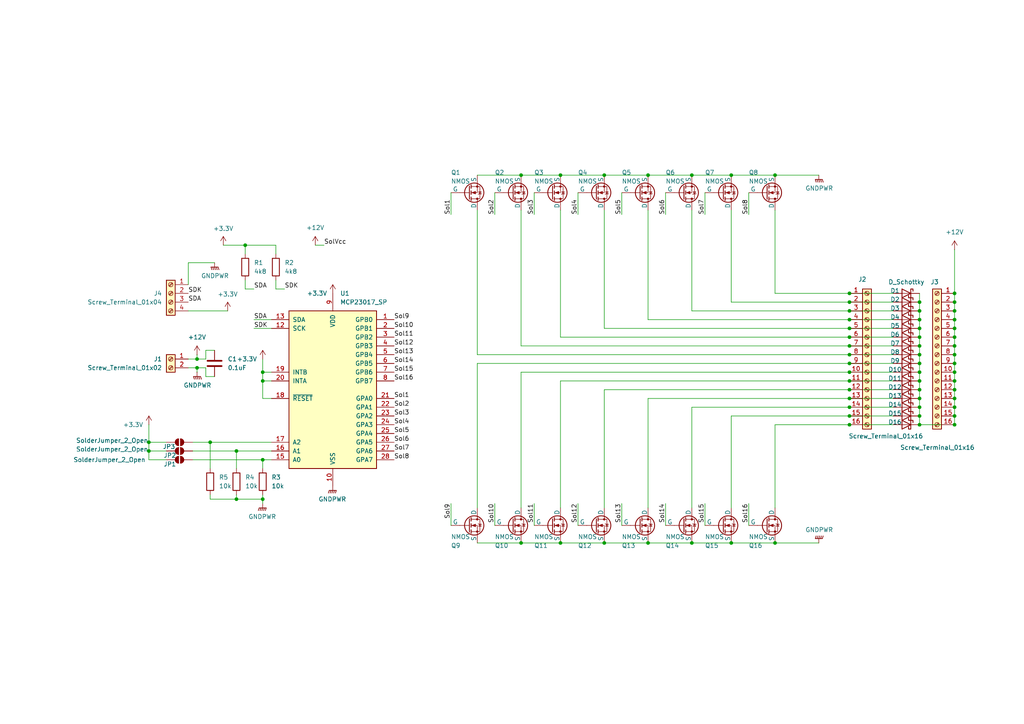
<source format=kicad_sch>
(kicad_sch (version 20250114) (generator "eeschema") (generator_version "9.0")
  (paper "A4")
  (lib_symbols
    (symbol "Connector:Screw_Terminal_01x02" (pin_names (offset 1.016) (hide yes))
      (property "Reference" "J" (at 0 2.54 0))
      (property "Value" "Screw_Terminal_01x02" (at 0 -5.08 0))
      (symbol "Screw_Terminal_01x02_1_1"
        (rectangle (start -1.27 1.27) (end 1.27 -3.81) (stroke (width 0.254)) (fill (type background)))
        (polyline (pts (xy -0.5334 0.3302) (xy 0.3302 -0.508)) (stroke (width 0.1524)))
        (polyline (pts (xy -0.5334 -2.2098) (xy 0.3302 -3.048)) (stroke (width 0.1524)))
        (polyline (pts (xy -0.3556 0.508) (xy 0.508 -0.3302)) (stroke (width 0.1524)))
        (polyline (pts (xy -0.3556 -2.032) (xy 0.508 -2.8702)) (stroke (width 0.1524)))
        (circle (center 0 0) (radius 0.635) (stroke (width 0.1524)))
        (circle (center 0 -2.54) (radius 0.635) (stroke (width 0.1524)))
        (pin passive line (at -5.08 0 0) (length 3.81) (name "Pin_1") (number "1"))
        (pin passive line (at -5.08 -2.54 0) (length 3.81) (name "Pin_2") (number "2"))
      )
    )
    (symbol "Connector:Screw_Terminal_01x04" (pin_names (offset 1.016) (hide yes))
      (property "Reference" "J" (at 0 5.08 0))
      (property "Value" "Screw_Terminal_01x04" (at 0 -7.62 0))
      (symbol "Screw_Terminal_01x04_1_1"
        (rectangle (start -1.27 3.81) (end 1.27 -6.35) (stroke (width 0.254)) (fill (type background)))
        (polyline (pts (xy -0.5334 2.8702) (xy 0.3302 2.032)) (stroke (width 0.1524)))
        (polyline (pts (xy -0.5334 0.3302) (xy 0.3302 -0.508)) (stroke (width 0.1524)))
        (polyline (pts (xy -0.5334 -2.2098) (xy 0.3302 -3.048)) (stroke (width 0.1524)))
        (polyline (pts (xy -0.5334 -4.7498) (xy 0.3302 -5.588)) (stroke (width 0.1524)))
        (polyline (pts (xy -0.3556 3.048) (xy 0.508 2.2098)) (stroke (width 0.1524)))
        (polyline (pts (xy -0.3556 0.508) (xy 0.508 -0.3302)) (stroke (width 0.1524)))
        (polyline (pts (xy -0.3556 -2.032) (xy 0.508 -2.8702)) (stroke (width 0.1524)))
        (polyline (pts (xy -0.3556 -4.572) (xy 0.508 -5.4102)) (stroke (width 0.1524)))
        (circle (center 0 2.54) (radius 0.635) (stroke (width 0.1524)))
        (circle (center 0 0) (radius 0.635) (stroke (width 0.1524)))
        (circle (center 0 -2.54) (radius 0.635) (stroke (width 0.1524)))
        (circle (center 0 -5.08) (radius 0.635) (stroke (width 0.1524)))
        (pin passive line (at -5.08 2.54 0) (length 3.81) (name "Pin_1") (number "1"))
        (pin passive line (at -5.08 0 0) (length 3.81) (name "Pin_2") (number "2"))
        (pin passive line (at -5.08 -2.54 0) (length 3.81) (name "Pin_3") (number "3"))
        (pin passive line (at -5.08 -5.08 0) (length 3.81) (name "Pin_4") (number "4"))
      )
    )
    (symbol "Connector:Screw_Terminal_01x16" (pin_names (offset 1.016) (hide yes))
      (property "Reference" "J" (at 0 20.32 0))
      (property "Value" "Screw_Terminal_01x16" (at 0 -22.86 0))
      (symbol "Screw_Terminal_01x16_1_1"
        (rectangle (start -1.27 19.05) (end 1.27 -21.59) (stroke (width 0.254)) (fill (type background)))
        (polyline (pts (xy -0.5334 18.1102) (xy 0.3302 17.272)) (stroke (width 0.1524)))
        (polyline (pts (xy -0.5334 15.5702) (xy 0.3302 14.732)) (stroke (width 0.1524)))
        (polyline (pts (xy -0.5334 13.0302) (xy 0.3302 12.192)) (stroke (width 0.1524)))
        (polyline (pts (xy -0.5334 10.4902) (xy 0.3302 9.652)) (stroke (width 0.1524)))
        (polyline (pts (xy -0.5334 7.9502) (xy 0.3302 7.112)) (stroke (width 0.1524)))
        (polyline (pts (xy -0.5334 5.4102) (xy 0.3302 4.572)) (stroke (width 0.1524)))
        (polyline (pts (xy -0.5334 2.8702) (xy 0.3302 2.032)) (stroke (width 0.1524)))
        (polyline (pts (xy -0.5334 0.3302) (xy 0.3302 -0.508)) (stroke (width 0.1524)))
        (polyline (pts (xy -0.5334 -2.2098) (xy 0.3302 -3.048)) (stroke (width 0.1524)))
        (polyline (pts (xy -0.5334 -4.7498) (xy 0.3302 -5.588)) (stroke (width 0.1524)))
        (polyline (pts (xy -0.5334 -7.2898) (xy 0.3302 -8.128)) (stroke (width 0.1524)))
        (polyline (pts (xy -0.5334 -9.8298) (xy 0.3302 -10.668)) (stroke (width 0.1524)))
        (polyline (pts (xy -0.5334 -12.3698) (xy 0.3302 -13.208)) (stroke (width 0.1524)))
        (polyline (pts (xy -0.5334 -14.9098) (xy 0.3302 -15.748)) (stroke (width 0.1524)))
        (polyline (pts (xy -0.5334 -17.4498) (xy 0.3302 -18.288)) (stroke (width 0.1524)))
        (polyline (pts (xy -0.5334 -19.9898) (xy 0.3302 -20.828)) (stroke (width 0.1524)))
        (polyline (pts (xy -0.3556 18.288) (xy 0.508 17.4498)) (stroke (width 0.1524)))
        (polyline (pts (xy -0.3556 15.748) (xy 0.508 14.9098)) (stroke (width 0.1524)))
        (polyline (pts (xy -0.3556 13.208) (xy 0.508 12.3698)) (stroke (width 0.1524)))
        (polyline (pts (xy -0.3556 10.668) (xy 0.508 9.8298)) (stroke (width 0.1524)))
        (polyline (pts (xy -0.3556 8.128) (xy 0.508 7.2898)) (stroke (width 0.1524)))
        (polyline (pts (xy -0.3556 5.588) (xy 0.508 4.7498)) (stroke (width 0.1524)))
        (polyline (pts (xy -0.3556 3.048) (xy 0.508 2.2098)) (stroke (width 0.1524)))
        (polyline (pts (xy -0.3556 0.508) (xy 0.508 -0.3302)) (stroke (width 0.1524)))
        (polyline (pts (xy -0.3556 -2.032) (xy 0.508 -2.8702)) (stroke (width 0.1524)))
        (polyline (pts (xy -0.3556 -4.572) (xy 0.508 -5.4102)) (stroke (width 0.1524)))
        (polyline (pts (xy -0.3556 -7.112) (xy 0.508 -7.9502)) (stroke (width 0.1524)))
        (polyline (pts (xy -0.3556 -9.652) (xy 0.508 -10.4902)) (stroke (width 0.1524)))
        (polyline (pts (xy -0.3556 -12.192) (xy 0.508 -13.0302)) (stroke (width 0.1524)))
        (polyline (pts (xy -0.3556 -14.732) (xy 0.508 -15.5702)) (stroke (width 0.1524)))
        (polyline (pts (xy -0.3556 -17.272) (xy 0.508 -18.1102)) (stroke (width 0.1524)))
        (polyline (pts (xy -0.3556 -19.812) (xy 0.508 -20.6502)) (stroke (width 0.1524)))
        (circle (center 0 17.78) (radius 0.635) (stroke (width 0.1524)))
        (circle (center 0 15.24) (radius 0.635) (stroke (width 0.1524)))
        (circle (center 0 12.7) (radius 0.635) (stroke (width 0.1524)))
        (circle (center 0 10.16) (radius 0.635) (stroke (width 0.1524)))
        (circle (center 0 7.62) (radius 0.635) (stroke (width 0.1524)))
        (circle (center 0 5.08) (radius 0.635) (stroke (width 0.1524)))
        (circle (center 0 2.54) (radius 0.635) (stroke (width 0.1524)))
        (circle (center 0 0) (radius 0.635) (stroke (width 0.1524)))
        (circle (center 0 -2.54) (radius 0.635) (stroke (width 0.1524)))
        (circle (center 0 -5.08) (radius 0.635) (stroke (width 0.1524)))
        (circle (center 0 -7.62) (radius 0.635) (stroke (width 0.1524)))
        (circle (center 0 -10.16) (radius 0.635) (stroke (width 0.1524)))
        (circle (center 0 -12.7) (radius 0.635) (stroke (width 0.1524)))
        (circle (center 0 -15.24) (radius 0.635) (stroke (width 0.1524)))
        (circle (center 0 -17.78) (radius 0.635) (stroke (width 0.1524)))
        (circle (center 0 -20.32) (radius 0.635) (stroke (width 0.1524)))
        (pin passive line (at -5.08 17.78 0) (length 3.81) (name "Pin_1") (number "1"))
        (pin passive line (at -5.08 15.24 0) (length 3.81) (name "Pin_2") (number "2"))
        (pin passive line (at -5.08 12.7 0) (length 3.81) (name "Pin_3") (number "3"))
        (pin passive line (at -5.08 10.16 0) (length 3.81) (name "Pin_4") (number "4"))
        (pin passive line (at -5.08 7.62 0) (length 3.81) (name "Pin_5") (number "5"))
        (pin passive line (at -5.08 5.08 0) (length 3.81) (name "Pin_6") (number "6"))
        (pin passive line (at -5.08 2.54 0) (length 3.81) (name "Pin_7") (number "7"))
        (pin passive line (at -5.08 0 0) (length 3.81) (name "Pin_8") (number "8"))
        (pin passive line (at -5.08 -2.54 0) (length 3.81) (name "Pin_9") (number "9"))
        (pin passive line (at -5.08 -5.08 0) (length 3.81) (name "Pin_10") (number "10"))
        (pin passive line (at -5.08 -7.62 0) (length 3.81) (name "Pin_11") (number "11"))
        (pin passive line (at -5.08 -10.16 0) (length 3.81) (name "Pin_12") (number "12"))
        (pin passive line (at -5.08 -12.7 0) (length 3.81) (name "Pin_13") (number "13"))
        (pin passive line (at -5.08 -15.24 0) (length 3.81) (name "Pin_14") (number "14"))
        (pin passive line (at -5.08 -17.78 0) (length 3.81) (name "Pin_15") (number "15"))
        (pin passive line (at -5.08 -20.32 0) (length 3.81) (name "Pin_16") (number "16"))
      )
    )
    (symbol "Device:C" (pin_numbers (hide yes)) (pin_names (offset 0.254))
      (property "Reference" "C2" (at 0.635 2.54 0))
      (property "Value" "0.1uF" (at 0.635 -2.54 0))
      (symbol "C_0_1"
        (polyline (pts (xy -2.032 0.762) (xy 2.032 0.762)) (stroke (width 0.508)))
        (polyline (pts (xy -2.032 -0.762) (xy 2.032 -0.762)) (stroke (width 0.508)))
      )
      (symbol "C_1_1"
        (pin passive line (at 0 3.81 270) (length 2.794) (name "~") (number "1"))
        (pin passive line (at 0 -3.81 90) (length 2.794) (name "~") (number "2"))
      )
    )
    (symbol "Device:D_Schottky" (pin_numbers (hide yes)) (pin_names (offset 1.016) (hide yes))
      (property "Reference" "D" (at 0 2.54 0))
      (property "Value" "D_Schottky" (at 0 -2.54 0))
      (symbol "D_Schottky_0_1"
        (polyline (pts (xy -1.905 0.635) (xy -1.905 1.27) (xy -1.27 1.27) (xy -1.27 -1.27) (xy -0.635 -1.27) (xy -0.635 -0.635)) (stroke (width 0.254)))
        (polyline (pts (xy 1.27 1.27) (xy 1.27 -1.27) (xy -1.27 0) (xy 1.27 1.27)) (stroke (width 0.254)))
        (polyline (pts (xy 1.27 0) (xy -1.27 0)))
      )
      (symbol "D_Schottky_1_1"
        (pin passive line (at -3.81 0 0) (length 2.54) (name "K") (number "1"))
        (pin passive line (at 3.81 0 180) (length 2.54) (name "A") (number "2"))
      )
    )
    (symbol "Device:R" (pin_numbers (hide yes)) (pin_names (offset 0))
      (property "Reference" "33k" (at 4.064 -0.254 0))
      (property "Value" "R4" (at 3.81 1.778 0))
      (symbol "R_0_1"
        (rectangle (start -1.016 2.54) (end 1.016 -2.54) (stroke (width 0.254)))
      )
      (symbol "R_1_1"
        (pin passive line (at 0 3.81 270) (length 1.27) (name "~") (number "1"))
        (pin passive line (at 0 -3.81 90) (length 1.27) (name "~") (number "2"))
      )
    )
    (symbol "Interface_Expansion:MCP23017_SP" (pin_names (offset 1.016))
      (property "Reference" "U" (at -11.43 24.13 0))
      (property "Value" "MCP23017_SP" (at 0 0 0))
      (symbol "MCP23017_SP_0_1"
        (rectangle (start -12.7 22.86) (end 12.7 -22.86) (stroke (width 0.254)) (fill (type background)))
      )
      (symbol "MCP23017_SP_1_1"
        (pin bidirectional line (at -17.78 20.32 0) (length 5.08) (name "SDA") (number "13"))
        (pin input line (at -17.78 17.78 0) (length 5.08) (name "SCK") (number "12"))
        (pin tri_state line (at -17.78 5.08 0) (length 5.08) (name "INTB") (number "19"))
        (pin tri_state line (at -17.78 2.54 0) (length 5.08) (name "INTA") (number "20"))
        (pin input line (at -17.78 -2.54 0) (length 5.08) (name "~{RESET}") (number "18"))
        (pin input line (at -17.78 -15.24 0) (length 5.08) (name "A2") (number "17"))
        (pin input line (at -17.78 -17.78 0) (length 5.08) (name "A1") (number "16"))
        (pin input line (at -17.78 -20.32 0) (length 5.08) (name "A0") (number "15"))
        (pin no_connect line (at -12.7 15.24 0) (length 5.08) (hide yes) (name "NC") (number "11"))
        (pin no_connect line (at -12.7 12.7 0) (length 5.08) (hide yes) (name "NC") (number "14"))
        (pin power_in line (at 0 27.94 270) (length 5.08) (name "VDD") (number "9"))
        (pin power_in line (at 0 -27.94 90) (length 5.08) (name "VSS") (number "10"))
        (pin bidirectional line (at 17.78 20.32 180) (length 5.08) (name "GPB0") (number "1"))
        (pin bidirectional line (at 17.78 17.78 180) (length 5.08) (name "GPB1") (number "2"))
        (pin bidirectional line (at 17.78 15.24 180) (length 5.08) (name "GPB2") (number "3"))
        (pin bidirectional line (at 17.78 12.7 180) (length 5.08) (name "GPB3") (number "4"))
        (pin bidirectional line (at 17.78 10.16 180) (length 5.08) (name "GPB4") (number "5"))
        (pin bidirectional line (at 17.78 7.62 180) (length 5.08) (name "GPB5") (number "6"))
        (pin bidirectional line (at 17.78 5.08 180) (length 5.08) (name "GPB6") (number "7"))
        (pin output line (at 17.78 2.54 180) (length 5.08) (name "GPB7") (number "8"))
        (pin bidirectional line (at 17.78 -2.54 180) (length 5.08) (name "GPA0") (number "21"))
        (pin bidirectional line (at 17.78 -5.08 180) (length 5.08) (name "GPA1") (number "22"))
        (pin bidirectional line (at 17.78 -7.62 180) (length 5.08) (name "GPA2") (number "23"))
        (pin bidirectional line (at 17.78 -10.16 180) (length 5.08) (name "GPA3") (number "24"))
        (pin bidirectional line (at 17.78 -12.7 180) (length 5.08) (name "GPA4") (number "25"))
        (pin bidirectional line (at 17.78 -15.24 180) (length 5.08) (name "GPA5") (number "26"))
        (pin bidirectional line (at 17.78 -17.78 180) (length 5.08) (name "GPA6") (number "27"))
        (pin output line (at 17.78 -20.32 180) (length 5.08) (name "GPA7") (number "28"))
      )
    )
    (symbol "Jumper:SolderJumper_2_Open" (pin_numbers (hide yes)) (pin_names (offset 0) (hide yes)) (in_bom no)
      (property "Reference" "JP" (at 0 2.032 0))
      (property "Value" "SolderJumper_2_Open" (at 0 -2.54 0))
      (symbol "SolderJumper_2_Open_0_1"
        (polyline (pts (xy -0.254 1.016) (xy -0.254 -1.016)))
        (arc (start -0.254 -1.016) (mid -1.2656 0) (end -0.254 1.016))
        (arc (start -0.254 -1.016) (mid -1.2656 0) (end -0.254 1.016) (fill (type outline)))
        (arc (start 0.254 1.016) (mid 1.2656 0) (end 0.254 -1.016))
        (arc (start 0.254 1.016) (mid 1.2656 0) (end 0.254 -1.016) (fill (type outline)))
        (polyline (pts (xy 0.254 1.016) (xy 0.254 -1.016)))
      )
      (symbol "SolderJumper_2_Open_1_1"
        (pin passive line (at -3.81 0 0) (length 2.54) (name "A") (number "1"))
        (pin passive line (at 3.81 0 180) (length 2.54) (name "B") (number "2"))
      )
    )
    (symbol "Simulation_SPICE:NMOS" (pin_numbers (hide yes)) (pin_names (offset 0))
      (property "Reference" "Q" (at 5.08 1.27 0))
      (property "Value" "NMOS" (at 5.08 -1.27 0))
      (symbol "NMOS_0_1"
        (polyline (pts (xy 0.254 1.905) (xy 0.254 -1.905)) (stroke (width 0.254)))
        (polyline (pts (xy 0.254 0) (xy -2.54 0)))
        (polyline (pts (xy 0.762 2.286) (xy 0.762 1.27)) (stroke (width 0.254)))
        (polyline (pts (xy 0.762 0.508) (xy 0.762 -0.508)) (stroke (width 0.254)))
        (polyline (pts (xy 0.762 -1.27) (xy 0.762 -2.286)) (stroke (width 0.254)))
        (polyline (pts (xy 0.762 -1.778) (xy 3.302 -1.778) (xy 3.302 1.778) (xy 0.762 1.778)))
        (polyline (pts (xy 1.016 0) (xy 2.032 0.381) (xy 2.032 -0.381) (xy 1.016 0)) (fill (type outline)))
        (circle (center 1.651 0) (radius 2.794) (stroke (width 0.254)))
        (polyline (pts (xy 2.54 2.54) (xy 2.54 1.778)))
        (circle (center 2.54 1.778) (radius 0.254) (fill (type outline)))
        (circle (center 2.54 -1.778) (radius 0.254) (fill (type outline)))
        (polyline (pts (xy 2.54 -2.54) (xy 2.54 0) (xy 0.762 0)))
        (polyline (pts (xy 2.794 0.508) (xy 2.921 0.381) (xy 3.683 0.381) (xy 3.81 0.254)))
        (polyline (pts (xy 3.302 0.381) (xy 2.921 -0.254) (xy 3.683 -0.254) (xy 3.302 0.381)))
      )
      (symbol "NMOS_1_1"
        (pin input line (at -5.08 0 0) (length 2.54) (name "G") (number "2"))
        (pin passive line (at 2.54 5.08 270) (length 2.54) (name "D") (number "1"))
        (pin passive line (at 2.54 -5.08 90) (length 2.54) (name "S") (number "3"))
      )
    )
    (symbol "power:+12V" (power) (pin_numbers (hide yes)) (pin_names (offset 0) (hide yes))
      (property "Value" "+12V" (at 0 3.556 0))
      (symbol "+12V_0_1"
        (polyline (pts (xy -0.762 1.27) (xy 0 2.54)))
        (polyline (pts (xy 0 2.54) (xy 0.762 1.27)))
        (polyline (pts (xy 0 0) (xy 0 2.54)))
      )
      (symbol "+12V_1_1"
        (pin power_in line (at 0 0 90) (length 0) (name "~") (number "1"))
      )
    )
    (symbol "power:+3.3V" (power) (pin_numbers (hide yes)) (pin_names (offset 0) (hide yes))
      (property "Value" "+3.3V" (at 0 3.556 0))
      (symbol "+3.3V_0_1"
        (polyline (pts (xy -0.762 1.27) (xy 0 2.54)))
        (polyline (pts (xy 0 2.54) (xy 0.762 1.27)))
        (polyline (pts (xy 0 0) (xy 0 2.54)))
      )
      (symbol "+3.3V_1_1"
        (pin power_in line (at 0 0 90) (length 0) (name "~") (number "1"))
      )
    )
    (symbol "power:GNDPWR" (power) (pin_numbers (hide yes)) (pin_names (offset 0) (hide yes))
      (property "Value" "GNDPWR" (at 0 -3.302 0))
      (symbol "GNDPWR_0_1"
        (polyline (pts (xy -1.016 -1.27) (xy -1.27 -2.032) (xy -1.27 -2.032)) (stroke (width 0.2032)))
        (polyline (pts (xy -0.508 -1.27) (xy -0.762 -2.032) (xy -0.762 -2.032)) (stroke (width 0.2032)))
        (polyline (pts (xy 0 -1.27) (xy 0 0)))
        (polyline (pts (xy 0 -1.27) (xy -0.254 -2.032) (xy -0.254 -2.032)) (stroke (width 0.2032)))
        (polyline (pts (xy 0.508 -1.27) (xy 0.254 -2.032) (xy 0.254 -2.032)) (stroke (width 0.2032)))
        (polyline (pts (xy 1.016 -1.27) (xy -1.016 -1.27) (xy -1.016 -1.27)) (stroke (width 0.2032)))
        (polyline (pts (xy 1.016 -1.27) (xy 0.762 -2.032) (xy 0.762 -2.032) (xy 0.762 -2.032)) (stroke (width 0.2032)))
      )
      (symbol "GNDPWR_1_1"
        (pin power_in line (at 0 0 270) (length 0) (name "~") (number "1"))
      )
    )
  )
  (junction (at 276.86 100.33))
  (junction (at 246.38 90.17))
  (junction (at 76.2 144.78))
  (junction (at 276.86 107.95))
  (junction (at 266.7 97.79))
  (junction (at 276.86 102.87))
  (junction (at 266.7 92.71))
  (junction (at 276.86 85.09))
  (junction (at 246.38 105.41))
  (junction (at 276.86 110.49))
  (junction (at 76.2 107.95))
  (junction (at 276.86 95.25))
  (junction (at 43.18 130.81))
  (junction (at 246.38 87.63))
  (junction (at 266.7 105.41))
  (junction (at 60.96 128.27))
  (junction (at 68.58 130.81))
  (junction (at 276.86 120.65))
  (junction (at 151.13 157.48))
  (junction (at 246.38 120.65))
  (junction (at 76.2 110.49))
  (junction (at 212.09 157.48))
  (junction (at 266.7 118.11))
  (junction (at 246.38 115.57))
  (junction (at 68.58 144.78))
  (junction (at 246.38 92.71))
  (junction (at 162.56 50.8))
  (junction (at 246.38 85.09))
  (junction (at 276.86 113.03))
  (junction (at 246.38 97.79))
  (junction (at 151.13 50.8))
  (junction (at 175.26 157.48))
  (junction (at 266.7 107.95))
  (junction (at 175.26 50.8))
  (junction (at 266.7 120.65))
  (junction (at 76.2 133.35))
  (junction (at 266.7 110.49))
  (junction (at 200.66 157.48))
  (junction (at 276.86 118.11))
  (junction (at 276.86 123.19))
  (junction (at 162.56 157.48))
  (junction (at 266.7 123.19))
  (junction (at 187.96 157.48))
  (junction (at 246.38 107.95))
  (junction (at 246.38 100.33))
  (junction (at 246.38 102.87))
  (junction (at 43.18 128.27))
  (junction (at 266.7 90.17))
  (junction (at 212.09 50.8))
  (junction (at 71.12 71.12))
  (junction (at 266.7 115.57))
  (junction (at 276.86 87.63))
  (junction (at 276.86 115.57))
  (junction (at 266.7 100.33))
  (junction (at 57.15 104.14))
  (junction (at 187.96 50.8))
  (junction (at 246.38 113.03))
  (junction (at 246.38 123.19))
  (junction (at 224.79 157.48))
  (junction (at 224.79 50.8))
  (junction (at 200.66 50.8))
  (junction (at 266.7 95.25))
  (junction (at 276.86 105.41))
  (junction (at 246.38 110.49))
  (junction (at 276.86 92.71))
  (junction (at 246.38 118.11))
  (junction (at 57.15 106.68))
  (junction (at 276.86 97.79))
  (junction (at 266.7 102.87))
  (junction (at 266.7 113.03))
  (junction (at 246.38 95.25))
  (junction (at 266.7 87.63))
  (junction (at 276.86 90.17))
  (wire (pts (xy 276.86 100.33) (xy 276.86 102.87)))
  (wire (pts (xy 200.66 90.17) (xy 246.38 90.17)))
  (wire (pts (xy 76.2 133.35) (xy 76.2 135.89)))
  (wire (pts (xy 68.58 130.81) (xy 78.74 130.81)))
  (wire (pts (xy 80.01 73.66) (xy 80.01 71.12)))
  (wire (pts (xy 76.2 133.35) (xy 78.74 133.35)))
  (wire (pts (xy 167.64 146.05) (xy 167.64 152.4)))
  (wire (pts (xy 54.61 106.68) (xy 57.15 106.68)))
  (wire (pts (xy 43.18 123.19) (xy 43.18 128.27)))
  (wire (pts (xy 246.38 107.95) (xy 259.08 107.95)))
  (wire (pts (xy 54.61 90.17) (xy 66.04 90.17)))
  (wire (pts (xy 167.64 62.23) (xy 167.64 55.88)))
  (wire (pts (xy 78.74 115.57) (xy 76.2 115.57)))
  (wire (pts (xy 276.86 102.87) (xy 276.86 105.41)))
  (wire (pts (xy 187.96 147.32) (xy 187.96 115.57)))
  (wire (pts (xy 55.88 133.35) (xy 76.2 133.35)))
  (wire (pts (xy 266.7 97.79) (xy 266.7 100.33)))
  (wire (pts (xy 246.38 90.17) (xy 259.08 90.17)))
  (wire (pts (xy 276.86 115.57) (xy 276.86 118.11)))
  (wire (pts (xy 68.58 130.81) (xy 68.58 135.89)))
  (wire (pts (xy 224.79 123.19) (xy 246.38 123.19)))
  (wire (pts (xy 246.38 85.09) (xy 259.08 85.09)))
  (wire (pts (xy 138.43 157.48) (xy 151.13 157.48)))
  (wire (pts (xy 200.66 50.8) (xy 212.09 50.8)))
  (wire (pts (xy 200.66 60.96) (xy 200.66 90.17)))
  (wire (pts (xy 246.38 115.57) (xy 259.08 115.57)))
  (wire (pts (xy 59.69 101.6) (xy 59.69 104.14)))
  (wire (pts (xy 224.79 50.8) (xy 237.49 50.8)))
  (wire (pts (xy 224.79 123.19) (xy 224.79 147.32)))
  (wire (pts (xy 187.96 157.48) (xy 200.66 157.48)))
  (wire (pts (xy 276.86 118.11) (xy 276.86 120.65)))
  (wire (pts (xy 266.7 107.95) (xy 266.7 110.49)))
  (wire (pts (xy 246.38 87.63) (xy 259.08 87.63)))
  (wire (pts (xy 276.86 85.09) (xy 276.86 87.63)))
  (wire (pts (xy 162.56 110.49) (xy 246.38 110.49)))
  (wire (pts (xy 76.2 144.78) (xy 76.2 146.05)))
  (wire (pts (xy 246.38 110.49) (xy 259.08 110.49)))
  (wire (pts (xy 266.7 118.11) (xy 266.7 120.65)))
  (wire (pts (xy 43.18 133.35) (xy 43.18 130.81)))
  (wire (pts (xy 200.66 157.48) (xy 212.09 157.48)))
  (wire (pts (xy 246.38 118.11) (xy 259.08 118.11)))
  (wire (pts (xy 60.96 128.27) (xy 78.74 128.27)))
  (wire (pts (xy 266.7 85.09) (xy 266.7 87.63)))
  (wire (pts (xy 78.74 110.49) (xy 76.2 110.49)))
  (wire (pts (xy 151.13 157.48) (xy 162.56 157.48)))
  (wire (pts (xy 43.18 133.35) (xy 48.26 133.35)))
  (wire (pts (xy 138.43 60.96) (xy 138.43 102.87)))
  (wire (pts (xy 80.01 71.12) (xy 71.12 71.12)))
  (wire (pts (xy 187.96 50.8) (xy 200.66 50.8)))
  (wire (pts (xy 246.38 100.33) (xy 259.08 100.33)))
  (wire (pts (xy 276.86 97.79) (xy 276.86 100.33)))
  (wire (pts (xy 175.26 95.25) (xy 246.38 95.25)))
  (wire (pts (xy 276.86 107.95) (xy 276.86 110.49)))
  (wire (pts (xy 43.18 128.27) (xy 48.26 128.27)))
  (wire (pts (xy 68.58 144.78) (xy 76.2 144.78)))
  (wire (pts (xy 151.13 107.95) (xy 246.38 107.95)))
  (wire (pts (xy 200.66 118.11) (xy 200.66 147.32)))
  (wire (pts (xy 71.12 83.82) (xy 73.66 83.82)))
  (wire (pts (xy 59.69 109.22) (xy 59.69 106.68)))
  (wire (pts (xy 266.7 87.63) (xy 266.7 90.17)))
  (wire (pts (xy 55.88 128.27) (xy 60.96 128.27)))
  (wire (pts (xy 193.04 146.05) (xy 193.04 152.4)))
  (wire (pts (xy 57.15 102.87) (xy 57.15 104.14)))
  (wire (pts (xy 187.96 60.96) (xy 187.96 92.71)))
  (wire (pts (xy 266.7 100.33) (xy 266.7 102.87)))
  (wire (pts (xy 246.38 97.79) (xy 259.08 97.79)))
  (wire (pts (xy 187.96 115.57) (xy 246.38 115.57)))
  (wire (pts (xy 266.7 110.49) (xy 266.7 113.03)))
  (wire (pts (xy 80.01 83.82) (xy 82.55 83.82)))
  (wire (pts (xy 62.23 101.6) (xy 59.69 101.6)))
  (wire (pts (xy 200.66 118.11) (xy 246.38 118.11)))
  (wire (pts (xy 62.23 109.22) (xy 59.69 109.22)))
  (wire (pts (xy 76.2 115.57) (xy 76.2 110.49)))
  (wire (pts (xy 246.38 113.03) (xy 259.08 113.03)))
  (wire (pts (xy 76.2 110.49) (xy 76.2 107.95)))
  (wire (pts (xy 55.88 130.81) (xy 68.58 130.81)))
  (wire (pts (xy 246.38 102.87) (xy 259.08 102.87)))
  (wire (pts (xy 204.47 62.23) (xy 204.47 55.88)))
  (wire (pts (xy 54.61 82.55) (xy 54.61 76.2)))
  (wire (pts (xy 276.86 92.71) (xy 276.86 95.25)))
  (wire (pts (xy 217.17 62.23) (xy 217.17 55.88)))
  (wire (pts (xy 224.79 85.09) (xy 246.38 85.09)))
  (wire (pts (xy 162.56 147.32) (xy 162.56 110.49)))
  (wire (pts (xy 175.26 50.8) (xy 187.96 50.8)))
  (wire (pts (xy 162.56 50.8) (xy 175.26 50.8)))
  (wire (pts (xy 246.38 92.71) (xy 259.08 92.71)))
  (wire (pts (xy 212.09 60.96) (xy 212.09 87.63)))
  (wire (pts (xy 151.13 147.32) (xy 151.13 107.95)))
  (wire (pts (xy 246.38 123.19) (xy 259.08 123.19)))
  (wire (pts (xy 246.38 95.25) (xy 259.08 95.25)))
  (wire (pts (xy 162.56 157.48) (xy 175.26 157.48)))
  (wire (pts (xy 73.66 92.71) (xy 78.74 92.71)))
  (wire (pts (xy 143.51 62.23) (xy 143.51 55.88)))
  (wire (pts (xy 266.7 102.87) (xy 266.7 105.41)))
  (wire (pts (xy 212.09 120.65) (xy 246.38 120.65)))
  (wire (pts (xy 180.34 146.05) (xy 180.34 152.4)))
  (wire (pts (xy 43.18 130.81) (xy 43.18 128.27)))
  (wire (pts (xy 59.69 106.68) (xy 57.15 106.68)))
  (wire (pts (xy 60.96 128.27) (xy 60.96 135.89)))
  (wire (pts (xy 276.86 105.41) (xy 276.86 107.95)))
  (wire (pts (xy 138.43 50.8) (xy 151.13 50.8)))
  (wire (pts (xy 64.77 71.12) (xy 71.12 71.12)))
  (wire (pts (xy 187.96 92.71) (xy 246.38 92.71)))
  (wire (pts (xy 162.56 60.96) (xy 162.56 97.79)))
  (wire (pts (xy 138.43 105.41) (xy 246.38 105.41)))
  (wire (pts (xy 276.86 110.49) (xy 276.86 113.03)))
  (wire (pts (xy 60.96 143.51) (xy 60.96 144.78)))
  (wire (pts (xy 57.15 106.68) (xy 57.15 107.95)))
  (wire (pts (xy 224.79 157.48) (xy 237.49 157.48)))
  (wire (pts (xy 193.04 62.23) (xy 193.04 55.88)))
  (wire (pts (xy 71.12 71.12) (xy 71.12 73.66)))
  (wire (pts (xy 266.7 113.03) (xy 266.7 115.57)))
  (wire (pts (xy 175.26 60.96) (xy 175.26 95.25)))
  (wire (pts (xy 276.86 87.63) (xy 276.86 90.17)))
  (wire (pts (xy 76.2 143.51) (xy 76.2 144.78)))
  (wire (pts (xy 154.94 146.05) (xy 154.94 152.4)))
  (wire (pts (xy 73.66 95.25) (xy 78.74 95.25)))
  (wire (pts (xy 224.79 60.96) (xy 224.79 85.09)))
  (wire (pts (xy 175.26 113.03) (xy 246.38 113.03)))
  (wire (pts (xy 76.2 107.95) (xy 76.2 104.14)))
  (wire (pts (xy 266.7 105.41) (xy 266.7 107.95)))
  (wire (pts (xy 59.69 104.14) (xy 57.15 104.14)))
  (wire (pts (xy 57.15 104.14) (xy 54.61 104.14)))
  (wire (pts (xy 212.09 50.8) (xy 224.79 50.8)))
  (wire (pts (xy 54.61 76.2) (xy 62.23 76.2)))
  (wire (pts (xy 78.74 107.95) (xy 76.2 107.95)))
  (wire (pts (xy 130.81 146.05) (xy 130.81 152.4)))
  (wire (pts (xy 246.38 120.65) (xy 259.08 120.65)))
  (wire (pts (xy 204.47 146.05) (xy 204.47 152.4)))
  (wire (pts (xy 60.96 144.78) (xy 68.58 144.78)))
  (wire (pts (xy 175.26 157.48) (xy 187.96 157.48)))
  (wire (pts (xy 151.13 100.33) (xy 246.38 100.33)))
  (wire (pts (xy 212.09 157.48) (xy 224.79 157.48)))
  (wire (pts (xy 151.13 50.8) (xy 162.56 50.8)))
  (wire (pts (xy 266.7 90.17) (xy 266.7 92.71)))
  (wire (pts (xy 154.94 62.23) (xy 154.94 55.88)))
  (wire (pts (xy 276.86 120.65) (xy 276.86 123.19)))
  (wire (pts (xy 138.43 147.32) (xy 138.43 105.41)))
  (wire (pts (xy 212.09 120.65) (xy 212.09 147.32)))
  (wire (pts (xy 43.18 130.81) (xy 48.26 130.81)))
  (wire (pts (xy 130.81 62.23) (xy 130.81 55.88)))
  (wire (pts (xy 68.58 143.51) (xy 68.58 144.78)))
  (wire (pts (xy 276.86 113.03) (xy 276.86 115.57)))
  (wire (pts (xy 175.26 147.32) (xy 175.26 113.03)))
  (wire (pts (xy 246.38 105.41) (xy 259.08 105.41)))
  (wire (pts (xy 266.7 115.57) (xy 266.7 118.11)))
  (wire (pts (xy 276.86 95.25) (xy 276.86 97.79)))
  (wire (pts (xy 162.56 97.79) (xy 246.38 97.79)))
  (wire (pts (xy 276.86 90.17) (xy 276.86 92.71)))
  (wire (pts (xy 266.7 120.65) (xy 266.7 123.19)))
  (wire (pts (xy 71.12 81.28) (xy 71.12 83.82)))
  (wire (pts (xy 276.86 72.39) (xy 276.86 85.09)))
  (wire (pts (xy 91.44 71.12) (xy 93.98 71.12)))
  (wire (pts (xy 138.43 102.87) (xy 246.38 102.87)))
  (wire (pts (xy 151.13 60.96) (xy 151.13 100.33)))
  (wire (pts (xy 217.17 146.05) (xy 217.17 152.4)))
  (wire (pts (xy 80.01 81.28) (xy 80.01 83.82)))
  (wire (pts (xy 266.7 95.25) (xy 266.7 97.79)))
  (wire (pts (xy 266.7 92.71) (xy 266.7 95.25)))
  (wire (pts (xy 266.7 123.19) (xy 276.86 123.19)))
  (wire (pts (xy 212.09 87.63) (xy 246.38 87.63)))
  (wire (pts (xy 143.51 146.05) (xy 143.51 152.4)))
  (wire (pts (xy 180.34 62.23) (xy 180.34 55.88)))
  (label "SDA" (at 73.66 83.82 0))
  (label "Sol11" (at 114.3 97.79 0))
  (label "Sol11" (at 154.94 146.05 270))
  (label "Sol15" (at 114.3 107.95 0))
  (label "SDA" (at 73.66 92.71 0))
  (label "Sol5" (at 114.3 125.73 0))
  (label "Sol8" (at 114.3 133.35 0))
  (label "SolVcc" (at 93.98 71.12 0))
  (label "SDA" (at 54.61 87.63 0))
  (label "Sol2" (at 114.3 118.11 0))
  (label "Sol12" (at 167.64 146.05 270))
  (label "Sol7" (at 114.3 130.81 0))
  (label "Sol16" (at 114.3 110.49 0))
  (label "Sol9" (at 130.81 146.05 270))
  (label "Sol13" (at 180.34 146.05 270))
  (label "Sol4" (at 167.64 62.23 90))
  (label "Sol10" (at 114.3 95.25 0))
  (label "Sol14" (at 193.04 146.05 270))
  (label "SDK" (at 82.55 83.82 0))
  (label "SDK" (at 73.66 95.25 0))
  (label "Sol1" (at 130.81 62.23 90))
  (label "Sol1" (at 114.3 115.57 0))
  (label "Sol9" (at 114.3 92.71 0))
  (label "Sol6" (at 193.04 62.23 90))
  (label "Sol8" (at 217.17 62.23 90))
  (label "Sol4" (at 114.3 123.19 0))
  (label "Sol15" (at 204.47 146.05 270))
  (label "Sol3" (at 154.94 62.23 90))
  (label "Sol14" (at 114.3 105.41 0))
  (label "SDK" (at 54.61 85.09 0))
  (label "Sol10" (at 143.51 146.05 270))
  (label "Sol6" (at 114.3 128.27 0))
  (label "Sol3" (at 114.3 120.65 0))
  (label "Sol2" (at 143.51 62.23 90))
  (label "Sol13" (at 114.3 102.87 0))
  (label "Sol7" (at 204.47 62.23 90))
  (label "Sol5" (at 180.34 62.23 90))
  (label "Sol12" (at 114.3 100.33 0))
  (label "Sol16" (at 217.17 146.05 270))
  (symbol (lib_id "Simulation_SPICE:NMOS") (at 160.02 55.88 0) (mirror x) (unit 1)
    (property "Reference" "Q3" (at 154.94 50.038 0) (effects (justify left)))
    (property "Value" "NMOS" (at 154.94 52.578 0) (effects (justify left)))
    (property "Datasheet" "https://ngspice.sourceforge.io/docs/ngspice-html-manual/manual.xhtml#cha_MOSFETs" (effects (hide yes)))
    (property "Description" "N-MOSFET transistor, drain/source/gate" (effects (hide yes)))
    (property "Sim.Device" "NMOS" (effects (hide yes)))
    (property "Sim.Type" "VDMOS" (effects (hide yes)))
    (property "Sim.Pins" "1=D 2=G 3=S" (effects (hide yes)))
  )
  (symbol (lib_id "Device:D_Schottky") (at 262.89 107.95 0) (mirror y) (unit 1)
    (property "Reference" "D10" (at 259.588 107.188 0))
    (property "Value" "D_Schottky" (effects (hide yes)))
    (property "Description" "Schottky diode" (effects (hide yes)))
  )
  (symbol (lib_id "power:+3.3V") (at 66.04 90.17 0) (unit 1)
    (property "Reference" "#PWR010" (effects (hide yes)))
    (property "Value" "+3.3V" (at 66.04 85.344 0))
    (property "Description" "Power symbol creates a global label with name \"+3.3V\"" (effects (hide yes)))
  )
  (symbol (lib_id "Device:D_Schottky") (at 262.89 87.63 0) (mirror y) (unit 1)
    (property "Reference" "D2" (at 259.588 86.868 0))
    (property "Value" "D_Schottky" (effects (hide yes)))
    (property "Description" "Schottky diode" (effects (hide yes)))
  )
  (symbol (lib_id "Connector:Screw_Terminal_01x04") (at 49.53 85.09 0) (mirror y) (unit 1)
    (property "Reference" "J4" (at 46.99 85.0899 0) (effects (justify left)))
    (property "Value" "Screw_Terminal_01x04" (at 46.99 87.6299 0) (effects (justify left)))
    (property "Footprint" "Connector_PinSocket_2.54mm:PinSocket_1x04_P2.54mm_Vertical" (effects (hide yes)))
    (property "Description" "Generic screw terminal, single row, 01x04, script generated (kicad-library-utils/schlib/autogen/connector/)" (effects (hide yes)))
  )
  (symbol (lib_id "power:GNDPWR") (at 96.52 140.97 0) (unit 1)
    (property "Reference" "#PWR03" (effects (hide yes)))
    (property "Value" "GNDPWR" (at 96.393 144.78 0))
    (property "Description" "Power symbol creates a global label with name \"GNDPWR\" , global ground" (effects (hide yes)))
  )
  (symbol (lib_id "Device:D_Schottky") (at 262.89 100.33 0) (mirror y) (unit 1)
    (property "Reference" "D7" (at 259.588 99.568 0))
    (property "Value" "D_Schottky" (effects (hide yes)))
    (property "Description" "Schottky diode" (effects (hide yes)))
  )
  (symbol (lib_id "Device:D_Schottky") (at 262.89 90.17 0) (mirror y) (unit 1)
    (property "Reference" "D3" (at 259.588 89.408 0))
    (property "Value" "D_Schottky" (effects (hide yes)))
    (property "Description" "Schottky diode" (effects (hide yes)))
  )
  (symbol (lib_id "Jumper:SolderJumper_2_Open") (at 52.07 133.35 0) (unit 1) (in_bom no)
    (property "Reference" "JP1" (at 49.276 134.62 0))
    (property "Value" "SolderJumper_2_Open" (at 31.75 133.35 0))
    (property "Description" "Solder Jumper, 2-pole, open" (effects (hide yes)))
  )
  (symbol (lib_id "Simulation_SPICE:NMOS") (at 135.89 152.4 0) (unit 1)
    (property "Reference" "Q9" (at 130.81 158.242 0) (effects (justify left)))
    (property "Value" "NMOS" (at 130.81 155.702 0) (effects (justify left)))
    (property "Datasheet" "https://ngspice.sourceforge.io/docs/ngspice-html-manual/manual.xhtml#cha_MOSFETs" (effects (hide yes)))
    (property "Description" "N-MOSFET transistor, drain/source/gate" (effects (hide yes)))
    (property "Sim.Device" "NMOS" (effects (hide yes)))
    (property "Sim.Type" "VDMOS" (effects (hide yes)))
    (property "Sim.Pins" "1=D 2=G 3=S" (effects (hide yes)))
  )
  (symbol (lib_id "power:+3.3V") (at 64.77 71.12 0) (unit 1)
    (property "Reference" "#PWR011" (effects (hide yes)))
    (property "Value" "+3.3V" (at 64.77 66.294 0))
    (property "Description" "Power symbol creates a global label with name \"+3.3V\"" (effects (hide yes)))
  )
  (symbol (lib_id "Device:R") (at 60.96 139.7 0) (unit 1)
    (property "Reference" "R5" (at 63.5 138.4299 0) (effects (justify left)))
    (property "Value" "10k" (at 63.5 140.9699 0) (effects (justify left)))
    (property "Footprint" "Resistor_SMD:R_1206_3216Metric" (effects (hide yes)))
    (property "Description" "Resistor" (effects (hide yes)))
  )
  (symbol (lib_id "power:+3.3V") (at 76.2 104.14 0) (unit 1)
    (property "Reference" "#PWR07" (effects (hide yes)))
    (property "Value" "+3.3V" (at 71.628 104.14 0))
    (property "Description" "Power symbol creates a global label with name \"+3.3V\"" (effects (hide yes)))
  )
  (symbol (lib_id "power:GNDPWR") (at 237.49 50.8 0) (mirror y) (unit 1)
    (property "Reference" "#PWR01" (effects (hide yes)))
    (property "Value" "GNDPWR" (at 237.617 54.61 0))
    (property "Description" "Power symbol creates a global label with name \"GNDPWR\" , global ground" (effects (hide yes)))
  )
  (symbol (lib_id "Device:D_Schottky") (at 262.89 110.49 0) (mirror y) (unit 1)
    (property "Reference" "D11" (at 259.588 109.728 0))
    (property "Value" "D_Schottky" (effects (hide yes)))
    (property "Description" "Schottky diode" (effects (hide yes)))
  )
  (symbol (lib_id "Device:D_Schottky") (at 262.89 102.87 0) (mirror y) (unit 1)
    (property "Reference" "D8" (at 259.588 102.108 0))
    (property "Value" "D_Schottky" (effects (hide yes)))
    (property "Description" "Schottky diode" (effects (hide yes)))
  )
  (symbol (lib_id "Simulation_SPICE:NMOS") (at 160.02 152.4 0) (unit 1)
    (property "Reference" "Q11" (at 154.94 158.242 0) (effects (justify left)))
    (property "Value" "NMOS" (at 154.94 155.702 0) (effects (justify left)))
    (property "Datasheet" "https://ngspice.sourceforge.io/docs/ngspice-html-manual/manual.xhtml#cha_MOSFETs" (effects (hide yes)))
    (property "Description" "N-MOSFET transistor, drain/source/gate" (effects (hide yes)))
    (property "Sim.Device" "NMOS" (effects (hide yes)))
    (property "Sim.Type" "VDMOS" (effects (hide yes)))
    (property "Sim.Pins" "1=D 2=G 3=S" (effects (hide yes)))
  )
  (symbol (lib_id "Device:D_Schottky") (at 262.89 85.09 0) (mirror y) (unit 1)
    (property "Reference" "D1" (at 259.588 84.328 0))
    (property "Value" "D_Schottky" (effects (hide yes)))
    (property "Description" "Schottky diode" (effects (hide yes)))
  )
  (symbol (lib_id "Simulation_SPICE:NMOS") (at 209.55 55.88 0) (mirror x) (unit 1)
    (property "Reference" "Q7" (at 204.47 50.038 0) (effects (justify left)))
    (property "Value" "NMOS" (at 204.47 52.578 0) (effects (justify left)))
    (property "Datasheet" "https://ngspice.sourceforge.io/docs/ngspice-html-manual/manual.xhtml#cha_MOSFETs" (effects (hide yes)))
    (property "Description" "N-MOSFET transistor, drain/source/gate" (effects (hide yes)))
    (property "Sim.Device" "NMOS" (effects (hide yes)))
    (property "Sim.Type" "VDMOS" (effects (hide yes)))
    (property "Sim.Pins" "1=D 2=G 3=S" (effects (hide yes)))
  )
  (symbol (lib_id "Device:R") (at 76.2 139.7 0) (unit 1)
    (property "Reference" "R3" (at 78.74 138.4299 0) (effects (justify left)))
    (property "Value" "10k" (at 78.74 140.9699 0) (effects (justify left)))
    (property "Footprint" "Resistor_SMD:R_1206_3216Metric" (effects (hide yes)))
    (property "Description" "Resistor" (effects (hide yes)))
  )
  (symbol (lib_id "power:+3.3V") (at 96.52 85.09 0) (unit 1)
    (property "Reference" "#PWR02" (effects (hide yes)))
    (property "Value" "+3.3V" (at 91.948 85.09 0))
    (property "Description" "Power symbol creates a global label with name \"+3.3V\"" (effects (hide yes)))
  )
  (symbol (lib_id "Jumper:SolderJumper_2_Open") (at 52.07 128.27 0) (unit 1) (in_bom no)
    (property "Reference" "JP3" (at 49.022 129.54 0))
    (property "Value" "SolderJumper_2_Open" (at 32.512 127.762 0))
    (property "Description" "Solder Jumper, 2-pole, open" (effects (hide yes)))
  )
  (symbol (lib_id "Connector:Screw_Terminal_01x16") (at 271.78 102.87 0) (mirror y) (unit 1)
    (property "Reference" "J3" (at 272.288 81.788 0) (effects (justify left)))
    (property "Value" "Screw_Terminal_01x16" (at 282.702 129.794 0) (effects (justify left)))
    (property "Footprint" "Connector_PinSocket_2.54mm:PinSocket_1x16_P2.54mm_Vertical" (effects (hide yes)))
    (property "Description" "Generic screw terminal, single row, 01x16, script generated (kicad-library-utils/schlib/autogen/connector/)" (effects (hide yes)))
  )
  (symbol (lib_id "Device:C") (at 62.23 105.41 0) (unit 1)
    (property "Reference" "C1" (at 66.04 104.1399 0) (effects (justify left)))
    (property "Value" "0.1uF" (at 66.04 106.6799 0) (effects (justify left)))
    (property "Footprint" "Capacitor_SMD:C_0402_1005Metric" (effects (hide yes)))
    (property "Description" "Unpolarized capacitor" (effects (hide yes)))
  )
  (symbol (lib_id "Simulation_SPICE:NMOS") (at 198.12 55.88 0) (mirror x) (unit 1)
    (property "Reference" "Q6" (at 193.04 50.038 0) (effects (justify left)))
    (property "Value" "NMOS" (at 193.04 52.578 0) (effects (justify left)))
    (property "Datasheet" "https://ngspice.sourceforge.io/docs/ngspice-html-manual/manual.xhtml#cha_MOSFETs" (effects (hide yes)))
    (property "Description" "N-MOSFET transistor, drain/source/gate" (effects (hide yes)))
    (property "Sim.Device" "NMOS" (effects (hide yes)))
    (property "Sim.Type" "VDMOS" (effects (hide yes)))
    (property "Sim.Pins" "1=D 2=G 3=S" (effects (hide yes)))
  )
  (symbol (lib_id "Simulation_SPICE:NMOS") (at 185.42 152.4 0) (unit 1)
    (property "Reference" "Q13" (at 180.34 158.242 0) (effects (justify left)))
    (property "Value" "NMOS" (at 180.34 155.702 0) (effects (justify left)))
    (property "Datasheet" "https://ngspice.sourceforge.io/docs/ngspice-html-manual/manual.xhtml#cha_MOSFETs" (effects (hide yes)))
    (property "Description" "N-MOSFET transistor, drain/source/gate" (effects (hide yes)))
    (property "Sim.Device" "NMOS" (effects (hide yes)))
    (property "Sim.Type" "VDMOS" (effects (hide yes)))
    (property "Sim.Pins" "1=D 2=G 3=S" (effects (hide yes)))
  )
  (symbol (lib_id "power:+12V") (at 57.15 102.87 0) (mirror y) (unit 1)
    (property "Reference" "#PWR08" (effects (hide yes)))
    (property "Value" "+12V" (at 57.15 97.79 0))
    (property "Description" "Power symbol creates a global label with name \"+12V\"" (effects (hide yes)))
  )
  (symbol (lib_id "Device:R") (at 68.58 139.7 0) (unit 1)
    (property "Reference" "R4" (at 71.12 138.4299 0) (effects (justify left)))
    (property "Value" "10k" (at 71.12 140.9699 0) (effects (justify left)))
    (property "Footprint" "Resistor_SMD:R_1206_3216Metric" (effects (hide yes)))
    (property "Description" "Resistor" (effects (hide yes)))
  )
  (symbol (lib_id "Simulation_SPICE:NMOS") (at 209.55 152.4 0) (unit 1)
    (property "Reference" "Q15" (at 204.47 158.242 0) (effects (justify left)))
    (property "Value" "NMOS" (at 204.47 155.702 0) (effects (justify left)))
    (property "Datasheet" "https://ngspice.sourceforge.io/docs/ngspice-html-manual/manual.xhtml#cha_MOSFETs" (effects (hide yes)))
    (property "Description" "N-MOSFET transistor, drain/source/gate" (effects (hide yes)))
    (property "Sim.Device" "NMOS" (effects (hide yes)))
    (property "Sim.Type" "VDMOS" (effects (hide yes)))
    (property "Sim.Pins" "1=D 2=G 3=S" (effects (hide yes)))
  )
  (symbol (lib_id "Device:R") (at 71.12 77.47 0) (unit 1)
    (property "Reference" "R1" (at 73.66 76.1999 0) (effects (justify left)))
    (property "Value" "4k8" (at 73.66 78.7399 0) (effects (justify left)))
    (property "Footprint" "Resistor_SMD:R_1206_3216Metric" (effects (hide yes)))
    (property "Description" "Resistor" (effects (hide yes)))
  )
  (symbol (lib_id "Device:D_Schottky") (at 262.89 97.79 0) (mirror y) (unit 1)
    (property "Reference" "D6" (at 259.588 97.028 0))
    (property "Value" "D_Schottky" (effects (hide yes)))
    (property "Description" "Schottky diode" (effects (hide yes)))
  )
  (symbol (lib_id "Simulation_SPICE:NMOS") (at 148.59 152.4 0) (unit 1)
    (property "Reference" "Q10" (at 143.51 158.242 0) (effects (justify left)))
    (property "Value" "NMOS" (at 143.51 155.702 0) (effects (justify left)))
    (property "Datasheet" "https://ngspice.sourceforge.io/docs/ngspice-html-manual/manual.xhtml#cha_MOSFETs" (effects (hide yes)))
    (property "Description" "N-MOSFET transistor, drain/source/gate" (effects (hide yes)))
    (property "Sim.Device" "NMOS" (effects (hide yes)))
    (property "Sim.Type" "VDMOS" (effects (hide yes)))
    (property "Sim.Pins" "1=D 2=G 3=S" (effects (hide yes)))
  )
  (symbol (lib_id "Simulation_SPICE:NMOS") (at 172.72 152.4 0) (unit 1)
    (property "Reference" "Q12" (at 167.64 158.242 0) (effects (justify left)))
    (property "Value" "NMOS" (at 167.64 155.702 0) (effects (justify left)))
    (property "Datasheet" "https://ngspice.sourceforge.io/docs/ngspice-html-manual/manual.xhtml#cha_MOSFETs" (effects (hide yes)))
    (property "Description" "N-MOSFET transistor, drain/source/gate" (effects (hide yes)))
    (property "Sim.Device" "NMOS" (effects (hide yes)))
    (property "Sim.Type" "VDMOS" (effects (hide yes)))
    (property "Sim.Pins" "1=D 2=G 3=S" (effects (hide yes)))
  )
  (symbol (lib_id "Device:D_Schottky") (at 262.89 118.11 0) (mirror y) (unit 1)
    (property "Reference" "D14" (at 259.588 117.348 0))
    (property "Value" "D_Schottky" (effects (hide yes)))
    (property "Description" "Schottky diode" (effects (hide yes)))
  )
  (symbol (lib_id "Device:D_Schottky") (at 262.89 123.19 0) (mirror y) (unit 1)
    (property "Reference" "D16" (at 259.588 122.428 0))
    (property "Value" "D_Schottky" (at 262.89 81.788 0))
    (property "Description" "Schottky diode" (effects (hide yes)))
  )
  (symbol (lib_id "Device:D_Schottky") (at 262.89 105.41 0) (mirror y) (unit 1)
    (property "Reference" "D9" (at 259.588 104.648 0))
    (property "Value" "D_Schottky" (effects (hide yes)))
    (property "Description" "Schottky diode" (effects (hide yes)))
  )
  (symbol (lib_id "Simulation_SPICE:NMOS") (at 198.12 152.4 0) (unit 1)
    (property "Reference" "Q14" (at 193.04 158.242 0) (effects (justify left)))
    (property "Value" "NMOS" (at 193.04 155.702 0) (effects (justify left)))
    (property "Datasheet" "https://ngspice.sourceforge.io/docs/ngspice-html-manual/manual.xhtml#cha_MOSFETs" (effects (hide yes)))
    (property "Description" "N-MOSFET transistor, drain/source/gate" (effects (hide yes)))
    (property "Sim.Device" "NMOS" (effects (hide yes)))
    (property "Sim.Type" "VDMOS" (effects (hide yes)))
    (property "Sim.Pins" "1=D 2=G 3=S" (effects (hide yes)))
  )
  (symbol (lib_id "power:+3.3V") (at 43.18 123.19 0) (unit 1)
    (property "Reference" "#PWR06" (effects (hide yes)))
    (property "Value" "+3.3V" (at 38.608 123.19 0))
    (property "Description" "Power symbol creates a global label with name \"+3.3V\"" (effects (hide yes)))
  )
  (symbol (lib_id "power:+12V") (at 276.86 72.39 0) (mirror y) (unit 1)
    (property "Reference" "#PWR012" (effects (hide yes)))
    (property "Value" "+12V" (at 276.86 67.31 0))
    (property "Description" "Power symbol creates a global label with name \"+12V\"" (effects (hide yes)))
  )
  (symbol (lib_id "Connector:Screw_Terminal_01x02") (at 49.53 104.14 0) (mirror y) (unit 1)
    (property "Reference" "J1" (at 46.99 104.1399 0) (effects (justify left)))
    (property "Value" "Screw_Terminal_01x02" (at 46.99 106.6799 0) (effects (justify left)))
    (property "Footprint" "Connector_Phoenix_MSTB:PhoenixContact_MSTBA_2,5_2-G_1x02_P5.00mm_Horizontal" (effects (hide yes)))
    (property "Description" "Generic screw terminal, single row, 01x02, script generated (kicad-library-utils/schlib/autogen/connector/)" (effects (hide yes)))
  )
  (symbol (lib_id "Connector:Screw_Terminal_01x16") (at 251.46 102.87 0) (unit 1)
    (property "Reference" "J2" (at 248.92 81.026 0) (effects (justify left)))
    (property "Value" "Screw_Terminal_01x16" (at 246.126 126.492 0) (effects (justify left)))
    (property "Footprint" "Connector_PinSocket_2.54mm:PinSocket_1x16_P2.54mm_Vertical" (effects (hide yes)))
    (property "Description" "Generic screw terminal, single row, 01x16, script generated (kicad-library-utils/schlib/autogen/connector/)" (effects (hide yes)))
  )
  (symbol (lib_id "Device:D_Schottky") (at 262.89 115.57 0) (mirror y) (unit 1)
    (property "Reference" "D13" (at 259.588 114.808 0))
    (property "Value" "D_Schottky" (effects (hide yes)))
    (property "Description" "Schottky diode" (effects (hide yes)))
  )
  (symbol (lib_id "Device:D_Schottky") (at 262.89 92.71 0) (mirror y) (unit 1)
    (property "Reference" "D4" (at 259.588 91.948 0))
    (property "Value" "D_Schottky" (effects (hide yes)))
    (property "Description" "Schottky diode" (effects (hide yes)))
  )
  (symbol (lib_id "Device:D_Schottky") (at 262.89 95.25 0) (mirror y) (unit 1)
    (property "Reference" "D5" (at 259.588 94.488 0))
    (property "Value" "D_Schottky" (effects (hide yes)))
    (property "Description" "Schottky diode" (effects (hide yes)))
  )
  (symbol (lib_id "Interface_Expansion:MCP23017_SP") (at 96.52 113.03 0) (unit 1)
    (property "Reference" "U1" (at 98.6633 85.09 0) (effects (justify left)))
    (property "Value" "MCP23017_SP" (at 98.6633 87.63 0) (effects (justify left)))
    (property "Footprint" "Package_SO:SOIC-28W_7.5x17.9mm_P1.27mm" (effects (hide yes)))
    (property "Datasheet" "https://ww1.microchip.com/downloads/aemDocuments/documents/APID/ProductDocuments/DataSheets/MCP23017-Data-Sheet-DS20001952.pdf" (effects (hide yes)))
    (property "Description" "16-bit I/O expander, I2C, interrupts, w pull-ups, SPDIP-28" (effects (hide yes)))
  )
  (symbol (lib_id "Simulation_SPICE:NMOS") (at 185.42 55.88 0) (mirror x) (unit 1)
    (property "Reference" "Q5" (at 180.34 50.038 0) (effects (justify left)))
    (property "Value" "NMOS" (at 180.34 52.578 0) (effects (justify left)))
    (property "Datasheet" "https://ngspice.sourceforge.io/docs/ngspice-html-manual/manual.xhtml#cha_MOSFETs" (effects (hide yes)))
    (property "Description" "N-MOSFET transistor, drain/source/gate" (effects (hide yes)))
    (property "Sim.Device" "NMOS" (effects (hide yes)))
    (property "Sim.Type" "VDMOS" (effects (hide yes)))
    (property "Sim.Pins" "1=D 2=G 3=S" (effects (hide yes)))
  )
  (symbol (lib_id "Device:D_Schottky") (at 262.89 120.65 0) (mirror y) (unit 1)
    (property "Reference" "D15" (at 259.588 119.888 0))
    (property "Value" "D_Schottky" (effects (hide yes)))
    (property "Description" "Schottky diode" (effects (hide yes)))
  )
  (symbol (lib_id "power:GNDPWR") (at 237.49 157.48 180) (unit 1)
    (property "Reference" "#PWR04" (effects (hide yes)))
    (property "Value" "GNDPWR" (at 237.617 153.67 0))
    (property "Description" "Power symbol creates a global label with name \"GNDPWR\" , global ground" (effects (hide yes)))
  )
  (symbol (lib_id "Device:D_Schottky") (at 262.89 113.03 0) (mirror y) (unit 1)
    (property "Reference" "D12" (at 259.588 112.268 0))
    (property "Value" "D_Schottky" (effects (hide yes)))
    (property "Description" "Schottky diode" (effects (hide yes)))
  )
  (symbol (lib_id "Simulation_SPICE:NMOS") (at 222.25 152.4 0) (unit 1)
    (property "Reference" "Q16" (at 217.17 158.242 0) (effects (justify left)))
    (property "Value" "NMOS" (at 217.17 155.702 0) (effects (justify left)))
    (property "Datasheet" "https://ngspice.sourceforge.io/docs/ngspice-html-manual/manual.xhtml#cha_MOSFETs" (effects (hide yes)))
    (property "Description" "N-MOSFET transistor, drain/source/gate" (effects (hide yes)))
    (property "Sim.Device" "NMOS" (effects (hide yes)))
    (property "Sim.Type" "VDMOS" (effects (hide yes)))
    (property "Sim.Pins" "1=D 2=G 3=S" (effects (hide yes)))
  )
  (symbol (lib_id "Jumper:SolderJumper_2_Open") (at 52.07 130.81 0) (unit 1) (in_bom no)
    (property "Reference" "JP2" (at 49.276 132.08 0))
    (property "Value" "SolderJumper_2_Open" (at 32.512 130.302 0))
    (property "Description" "Solder Jumper, 2-pole, open" (effects (hide yes)))
  )
  (symbol (lib_id "Device:R") (at 80.01 77.47 0) (unit 1)
    (property "Reference" "R2" (at 82.55 76.1999 0) (effects (justify left)))
    (property "Value" "4k8" (at 82.55 78.7399 0) (effects (justify left)))
    (property "Footprint" "Resistor_SMD:R_1206_3216Metric" (effects (hide yes)))
    (property "Description" "Resistor" (effects (hide yes)))
  )
  (symbol (lib_id "Simulation_SPICE:NMOS") (at 148.59 55.88 0) (mirror x) (unit 1)
    (property "Reference" "Q2" (at 143.51 50.038 0) (effects (justify left)))
    (property "Value" "NMOS" (at 143.51 52.578 0) (effects (justify left)))
    (property "Datasheet" "https://ngspice.sourceforge.io/docs/ngspice-html-manual/manual.xhtml#cha_MOSFETs" (effects (hide yes)))
    (property "Description" "N-MOSFET transistor, drain/source/gate" (effects (hide yes)))
    (property "Sim.Device" "NMOS" (effects (hide yes)))
    (property "Sim.Type" "VDMOS" (effects (hide yes)))
    (property "Sim.Pins" "1=D 2=G 3=S" (effects (hide yes)))
  )
  (symbol (lib_id "power:GNDPWR") (at 62.23 76.2 0) (mirror y) (unit 1)
    (property "Reference" "#PWR014" (effects (hide yes)))
    (property "Value" "GNDPWR" (at 62.357 80.01 0))
    (property "Description" "Power symbol creates a global label with name \"GNDPWR\" , global ground" (effects (hide yes)))
  )
  (symbol (lib_id "Simulation_SPICE:NMOS") (at 135.89 55.88 0) (mirror x) (unit 1)
    (property "Reference" "Q1" (at 130.81 50.038 0) (effects (justify left)))
    (property "Value" "NMOS" (at 130.81 52.578 0) (effects (justify left)))
    (property "Datasheet" "https://ngspice.sourceforge.io/docs/ngspice-html-manual/manual.xhtml#cha_MOSFETs" (effects (hide yes)))
    (property "Description" "N-MOSFET transistor, drain/source/gate" (effects (hide yes)))
    (property "Sim.Device" "NMOS" (effects (hide yes)))
    (property "Sim.Type" "VDMOS" (effects (hide yes)))
    (property "Sim.Pins" "1=D 2=G 3=S" (effects (hide yes)))
  )
  (symbol (lib_id "power:GNDPWR") (at 57.15 107.95 0) (mirror y) (unit 1)
    (property "Reference" "#PWR09" (effects (hide yes)))
    (property "Value" "GNDPWR" (at 57.277 111.76 0))
    (property "Description" "Power symbol creates a global label with name \"GNDPWR\" , global ground" (effects (hide yes)))
  )
  (symbol (lib_id "power:GNDPWR") (at 76.2 146.05 0) (unit 1)
    (property "Reference" "#PWR05" (effects (hide yes)))
    (property "Value" "GNDPWR" (at 76.073 149.86 0))
    (property "Description" "Power symbol creates a global label with name \"GNDPWR\" , global ground" (effects (hide yes)))
  )
  (symbol (lib_id "Simulation_SPICE:NMOS") (at 172.72 55.88 0) (mirror x) (unit 1)
    (property "Reference" "Q4" (at 167.64 50.038 0) (effects (justify left)))
    (property "Value" "NMOS" (at 167.64 52.578 0) (effects (justify left)))
    (property "Datasheet" "https://ngspice.sourceforge.io/docs/ngspice-html-manual/manual.xhtml#cha_MOSFETs" (effects (hide yes)))
    (property "Description" "N-MOSFET transistor, drain/source/gate" (effects (hide yes)))
    (property "Sim.Device" "NMOS" (effects (hide yes)))
    (property "Sim.Type" "VDMOS" (effects (hide yes)))
    (property "Sim.Pins" "1=D 2=G 3=S" (effects (hide yes)))
  )
  (symbol (lib_id "Simulation_SPICE:NMOS") (at 222.25 55.88 0) (mirror x) (unit 1)
    (property "Reference" "Q8" (at 217.17 50.038 0) (effects (justify left)))
    (property "Value" "NMOS" (at 217.17 52.578 0) (effects (justify left)))
    (property "Datasheet" "https://ngspice.sourceforge.io/docs/ngspice-html-manual/manual.xhtml#cha_MOSFETs" (effects (hide yes)))
    (property "Description" "N-MOSFET transistor, drain/source/gate" (effects (hide yes)))
    (property "Sim.Device" "NMOS" (effects (hide yes)))
    (property "Sim.Type" "VDMOS" (effects (hide yes)))
    (property "Sim.Pins" "1=D 2=G 3=S" (effects (hide yes)))
  )
  (symbol (lib_id "power:+12V") (at 91.44 71.12 0) (mirror y) (unit 1)
    (property "Reference" "#PWR013" (effects (hide yes)))
    (property "Value" "+12V" (at 91.44 66.04 0))
    (property "Description" "Power symbol creates a global label with name \"+12V\"" (effects (hide yes)))
  )
)
</source>
